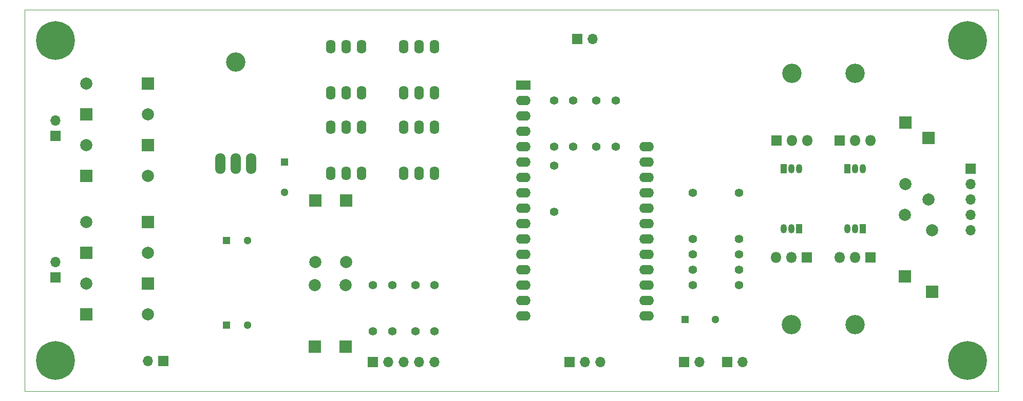
<source format=gbr>
%TF.GenerationSoftware,KiCad,Pcbnew,5.1.9+dfsg1-1+deb11u1*%
%TF.CreationDate,2023-10-22T21:48:40+02:00*%
%TF.ProjectId,mainboard,6d61696e-626f-4617-9264-2e6b69636164,231022*%
%TF.SameCoordinates,Original*%
%TF.FileFunction,Soldermask,Bot*%
%TF.FilePolarity,Negative*%
%FSLAX46Y46*%
G04 Gerber Fmt 4.6, Leading zero omitted, Abs format (unit mm)*
G04 Created by KiCad (PCBNEW 5.1.9+dfsg1-1+deb11u1) date 2023-10-22 21:48:40*
%MOMM*%
%LPD*%
G01*
G04 APERTURE LIST*
%TA.AperFunction,Profile*%
%ADD10C,0.100000*%
%TD*%
%ADD11R,1.300000X1.300000*%
%ADD12C,1.300000*%
%ADD13C,1.397000*%
%ADD14C,1.998980*%
%ADD15R,1.998980X1.998980*%
%ADD16O,1.699260X3.500120*%
%ADD17C,3.200400*%
%ADD18O,1.600000X2.300000*%
%ADD19C,6.400000*%
%ADD20O,1.700000X1.700000*%
%ADD21R,1.700000X1.700000*%
%ADD22R,1.050000X1.500000*%
%ADD23O,1.050000X1.500000*%
%ADD24O,2.400000X1.600000*%
%ADD25R,2.400000X1.600000*%
%ADD26O,1.800000X1.800000*%
%ADD27R,1.800000X1.800000*%
%ADD28O,3.200000X3.200000*%
G04 APERTURE END LIST*
D10*
X145288000Y-130810000D02*
X187706000Y-130810000D01*
X186690000Y-67818000D02*
X140208000Y-67818000D01*
X74803000Y-67818000D02*
X140335000Y-67818000D01*
X74803000Y-130810000D02*
X74803000Y-67818000D01*
X145415000Y-130810000D02*
X74803000Y-130810000D01*
X235331000Y-130810000D02*
X187579000Y-130810000D01*
X235331000Y-67818000D02*
X235331000Y-130810000D01*
X186563000Y-67818000D02*
X235331000Y-67818000D01*
D11*
%TO.C,C104*%
X183642000Y-118999000D03*
D12*
X188642000Y-118999000D03*
%TD*%
D13*
%TO.C,R110*%
X184912000Y-113284000D03*
X192532000Y-113284000D03*
%TD*%
%TO.C,R105*%
X165227000Y-90424000D03*
X165227000Y-82804000D03*
%TD*%
%TO.C,R106*%
X172212000Y-90424000D03*
X172212000Y-82804000D03*
%TD*%
%TO.C,R107*%
X169037000Y-90424000D03*
X169037000Y-82804000D03*
%TD*%
%TO.C,R108*%
X162052000Y-90424000D03*
X162052000Y-82804000D03*
%TD*%
%TO.C,R109*%
X162052000Y-101219000D03*
X162052000Y-93599000D03*
%TD*%
D12*
%TO.C,C101*%
X111577000Y-119888000D03*
D11*
X108077000Y-119888000D03*
%TD*%
D12*
%TO.C,C102*%
X111577000Y-105918000D03*
D11*
X108077000Y-105918000D03*
%TD*%
%TO.C,C103*%
X117602000Y-92964000D03*
D12*
X117602000Y-97964000D03*
%TD*%
D14*
%TO.C,D101*%
X84963000Y-102872540D03*
D15*
X95123000Y-102872540D03*
%TD*%
D14*
%TO.C,D102*%
X95123000Y-107947460D03*
D15*
X84963000Y-107947460D03*
%TD*%
D14*
%TO.C,D103*%
X84963000Y-113032540D03*
D15*
X95123000Y-113032540D03*
%TD*%
D14*
%TO.C,D104*%
X95123000Y-118107460D03*
D15*
X84963000Y-118107460D03*
%TD*%
D14*
%TO.C,D105*%
X84963000Y-80012540D03*
D15*
X95123000Y-80012540D03*
%TD*%
D14*
%TO.C,D106*%
X95123000Y-85087460D03*
D15*
X84963000Y-85087460D03*
%TD*%
D14*
%TO.C,D107*%
X84963000Y-90172540D03*
D15*
X95123000Y-90172540D03*
%TD*%
D14*
%TO.C,D108*%
X95123000Y-95247460D03*
D15*
X84963000Y-95247460D03*
%TD*%
D16*
%TO.C,U101*%
X109601000Y-93218000D03*
X107061000Y-93218000D03*
X112141000Y-93218000D03*
D17*
X109601000Y-76454000D03*
%TD*%
D14*
%TO.C,D109*%
X122679460Y-113284000D03*
D15*
X122679460Y-123444000D03*
%TD*%
D14*
%TO.C,D110*%
X127759460Y-113284000D03*
D15*
X127759460Y-123444000D03*
%TD*%
D14*
%TO.C,D111*%
X122684540Y-109474000D03*
D15*
X122684540Y-99314000D03*
%TD*%
D14*
%TO.C,D112*%
X127764540Y-109474000D03*
D15*
X127764540Y-99314000D03*
%TD*%
D13*
%TO.C,R101*%
X132207000Y-113284000D03*
X132207000Y-120904000D03*
%TD*%
%TO.C,R102*%
X135382000Y-113284000D03*
X135382000Y-120904000D03*
%TD*%
%TO.C,R103*%
X139192000Y-113284000D03*
X139192000Y-120904000D03*
%TD*%
%TO.C,R104*%
X142367000Y-113284000D03*
X142367000Y-120904000D03*
%TD*%
D18*
%TO.C,U102*%
X125222000Y-94869000D03*
X127762000Y-94869000D03*
X130302000Y-94869000D03*
X130302000Y-87249000D03*
X127762000Y-87249000D03*
X125222000Y-87249000D03*
%TD*%
%TO.C,U103*%
X137287000Y-94869000D03*
X139827000Y-94869000D03*
X142367000Y-94869000D03*
X142367000Y-87249000D03*
X139827000Y-87249000D03*
X137287000Y-87249000D03*
%TD*%
%TO.C,U104*%
X125222000Y-81534000D03*
X127762000Y-81534000D03*
X130302000Y-81534000D03*
X130302000Y-73914000D03*
X127762000Y-73914000D03*
X125222000Y-73914000D03*
%TD*%
%TO.C,U105*%
X137287000Y-81534000D03*
X139827000Y-81534000D03*
X142367000Y-81534000D03*
X142367000Y-73914000D03*
X139827000Y-73914000D03*
X137287000Y-73914000D03*
%TD*%
D14*
%TO.C,D113*%
X219966540Y-96647000D03*
D15*
X219966540Y-86487000D03*
%TD*%
D14*
%TO.C,D114*%
X223776540Y-99187000D03*
D15*
X223776540Y-89027000D03*
%TD*%
D14*
%TO.C,D115*%
X219961460Y-101727000D03*
D15*
X219961460Y-111887000D03*
%TD*%
D14*
%TO.C,D116*%
X224406460Y-104267000D03*
D15*
X224406460Y-114427000D03*
%TD*%
D13*
%TO.C,R111*%
X184912000Y-98044000D03*
X192532000Y-98044000D03*
%TD*%
%TO.C,R112*%
X184912000Y-105664000D03*
X192532000Y-105664000D03*
%TD*%
%TO.C,R113*%
X184912000Y-110744000D03*
X192532000Y-110744000D03*
%TD*%
%TO.C,R114*%
X184912000Y-108204000D03*
X192532000Y-108204000D03*
%TD*%
D19*
%TO.C,REF\u002A\u002A*%
X230251000Y-72898000D03*
%TD*%
%TO.C,REF\u002A\u002A*%
X230251000Y-125730000D03*
%TD*%
%TO.C,REF\u002A\u002A*%
X79883000Y-72898000D03*
%TD*%
%TO.C,REF\u002A\u002A*%
X79883000Y-125730000D03*
%TD*%
D20*
%TO.C,P101*%
X142367000Y-125984000D03*
X139827000Y-125984000D03*
X137287000Y-125984000D03*
X134747000Y-125984000D03*
D21*
X132207000Y-125984000D03*
%TD*%
D20*
%TO.C,P102*%
X95123000Y-125857000D03*
D21*
X97663000Y-125857000D03*
%TD*%
%TO.C,P103*%
X79883000Y-112014000D03*
D20*
X79883000Y-109474000D03*
%TD*%
%TO.C,P104*%
X79883000Y-86106000D03*
D21*
X79883000Y-88646000D03*
%TD*%
%TO.C,P105*%
X164592000Y-125984000D03*
D20*
X167132000Y-125984000D03*
X169672000Y-125984000D03*
%TD*%
D21*
%TO.C,P106*%
X183515000Y-125984000D03*
D20*
X186055000Y-125984000D03*
%TD*%
%TO.C,P107*%
X168402000Y-72644000D03*
D21*
X165862000Y-72644000D03*
%TD*%
%TO.C,P108*%
X190627000Y-125984000D03*
D20*
X193167000Y-125984000D03*
%TD*%
D21*
%TO.C,P109*%
X230759000Y-94107000D03*
D20*
X230759000Y-96647000D03*
X230759000Y-99187000D03*
X230759000Y-101727000D03*
X230759000Y-104267000D03*
%TD*%
D22*
%TO.C,Q101*%
X210439000Y-94107000D03*
D23*
X212979000Y-94107000D03*
X211709000Y-94107000D03*
%TD*%
%TO.C,Q102*%
X201231500Y-94107000D03*
X202501500Y-94107000D03*
D22*
X199961500Y-94107000D03*
%TD*%
%TO.C,Q103*%
X202438000Y-103949500D03*
D23*
X199898000Y-103949500D03*
X201168000Y-103949500D03*
%TD*%
%TO.C,Q104*%
X211709000Y-103949500D03*
X210439000Y-103949500D03*
D22*
X212979000Y-103949500D03*
%TD*%
D24*
%TO.C,U106*%
X156972000Y-118364000D03*
X156972000Y-115824000D03*
X156972000Y-113284000D03*
X156972000Y-110744000D03*
X177292000Y-90424000D03*
X156972000Y-108204000D03*
X177292000Y-92964000D03*
X156972000Y-105664000D03*
X177292000Y-95504000D03*
X156972000Y-103124000D03*
X177292000Y-98044000D03*
X156972000Y-100584000D03*
X177292000Y-100584000D03*
X156972000Y-98044000D03*
X177292000Y-103124000D03*
X156972000Y-95504000D03*
X177292000Y-105664000D03*
X156972000Y-92964000D03*
X177292000Y-108204000D03*
X156972000Y-90424000D03*
X177292000Y-110744000D03*
X156972000Y-87884000D03*
X177292000Y-113284000D03*
X156972000Y-85344000D03*
X177292000Y-115824000D03*
X156972000Y-82804000D03*
X177292000Y-118364000D03*
D25*
X156972000Y-80264000D03*
%TD*%
D26*
%TO.C,Q107*%
X198628000Y-108712000D03*
X201168000Y-108712000D03*
D27*
X203708000Y-108712000D03*
D28*
X201168000Y-119812000D03*
%TD*%
%TO.C,Q108*%
X211709000Y-119812000D03*
D27*
X214249000Y-108712000D03*
D26*
X211709000Y-108712000D03*
X209169000Y-108712000D03*
%TD*%
D28*
%TO.C,Q105*%
X211709000Y-78308000D03*
D27*
X209169000Y-89408000D03*
D26*
X211709000Y-89408000D03*
X214249000Y-89408000D03*
%TD*%
%TO.C,Q106*%
X203835000Y-89408000D03*
X201295000Y-89408000D03*
D27*
X198755000Y-89408000D03*
D28*
X201295000Y-78308000D03*
%TD*%
M02*

</source>
